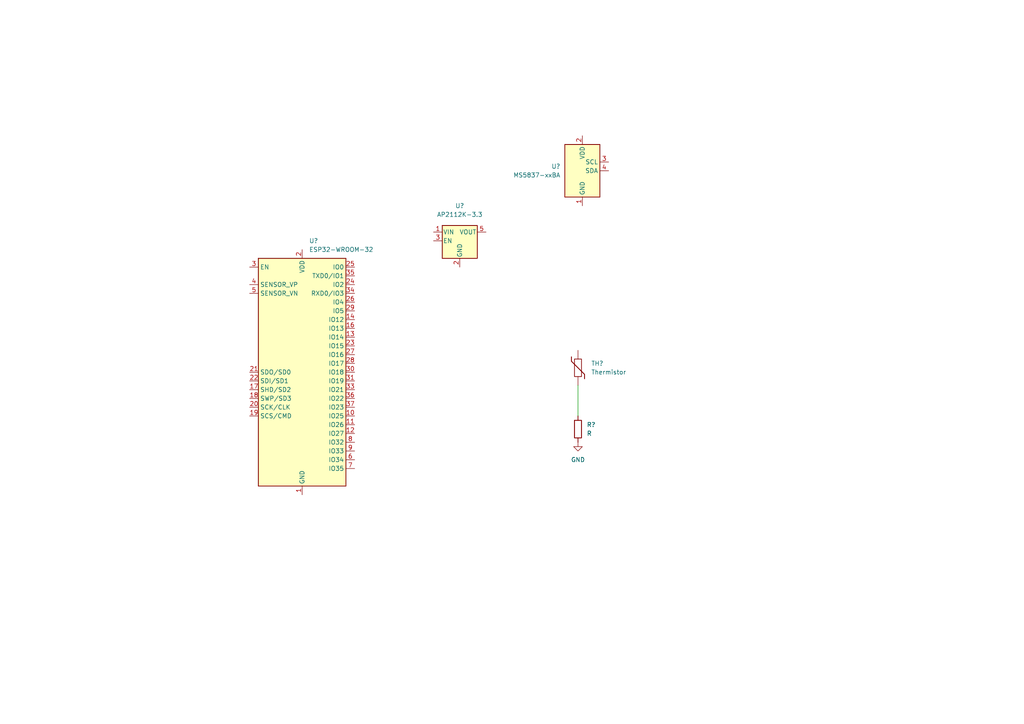
<source format=kicad_sch>
(kicad_sch (version 20211123) (generator eeschema)
  (paper "A4")
  (lib_symbols
    (symbol "Device:R" (pin_numbers hide) (pin_names (offset 0))
      (property "Reference" "R" (at 2.032 0 90))
      (property "Value" "R" (at 0 0 90))
      (symbol "R_0_1"
        (rectangle (start -1.016 -2.54) (end 1.016 2.54) (stroke (width 0.254)))
      )
      (symbol "R_1_1"
        (pin passive line (at 0 3.81 270) (length 1.27) (name "~") (number "1"))
        (pin passive line (at 0 -3.81 90) (length 1.27) (name "~") (number "2"))
      )
    )
    (symbol "Device:Thermistor" (pin_numbers hide) (pin_names (offset 0))
      (property "Reference" "TH" (at 2.54 1.27 90))
      (property "Value" "Thermistor" (at -2.54 0 90))
      (symbol "Thermistor_0_1"
        (rectangle (start -1.016 2.54) (end 1.016 -2.54) (stroke (width 0.2032)))
        (polyline (pts (xy -1.905 3.175) (xy -1.905 1.905) (xy 1.905 -1.905) (xy 1.905 -3.175) (xy 1.905 -3.175)) (stroke (width 0.254)))
      )
      (symbol "Thermistor_1_1"
        (pin passive line (at 0 5.08 270) (length 2.54) (name "~") (number "1"))
        (pin passive line (at 0 -5.08 90) (length 2.54) (name "~") (number "2"))
      )
    )
    (symbol "RF_Module:ESP32-WROOM-32"
      (property "Reference" "U" (at -12.7 34.29 0))
      (property "Value" "ESP32-WROOM-32" (at 1.27 34.29 0))
      (symbol "ESP32-WROOM-32_0_1"
        (rectangle (start -12.7 33.02) (end 12.7 -33.02) (stroke (width 0.254)) (fill (type background)))
      )
      (symbol "ESP32-WROOM-32_1_1"
        (pin power_in line (at 0 -35.56 90) (length 2.54) (name "GND") (number "1"))
        (pin bidirectional line (at 15.24 -12.7 180) (length 2.54) (name "IO25") (number "10"))
        (pin bidirectional line (at 15.24 -15.24 180) (length 2.54) (name "IO26") (number "11"))
        (pin bidirectional line (at 15.24 -17.78 180) (length 2.54) (name "IO27") (number "12"))
        (pin bidirectional line (at 15.24 10.16 180) (length 2.54) (name "IO14") (number "13"))
        (pin bidirectional line (at 15.24 15.24 180) (length 2.54) (name "IO12") (number "14"))
        (pin passive line (at 0 -35.56 90) (length 2.54) hide (name "GND") (number "15"))
        (pin bidirectional line (at 15.24 12.7 180) (length 2.54) (name "IO13") (number "16"))
        (pin bidirectional line (at -15.24 -5.08 0) (length 2.54) (name "SHD/SD2") (number "17"))
        (pin bidirectional line (at -15.24 -7.62 0) (length 2.54) (name "SWP/SD3") (number "18"))
        (pin bidirectional line (at -15.24 -12.7 0) (length 2.54) (name "SCS/CMD") (number "19"))
        (pin power_in line (at 0 35.56 270) (length 2.54) (name "VDD") (number "2"))
        (pin bidirectional line (at -15.24 -10.16 0) (length 2.54) (name "SCK/CLK") (number "20"))
        (pin bidirectional line (at -15.24 0 0) (length 2.54) (name "SDO/SD0") (number "21"))
        (pin bidirectional line (at -15.24 -2.54 0) (length 2.54) (name "SDI/SD1") (number "22"))
        (pin bidirectional line (at 15.24 7.62 180) (length 2.54) (name "IO15") (number "23"))
        (pin bidirectional line (at 15.24 25.4 180) (length 2.54) (name "IO2") (number "24"))
        (pin bidirectional line (at 15.24 30.48 180) (length 2.54) (name "IO0") (number "25"))
        (pin bidirectional line (at 15.24 20.32 180) (length 2.54) (name "IO4") (number "26"))
        (pin bidirectional line (at 15.24 5.08 180) (length 2.54) (name "IO16") (number "27"))
        (pin bidirectional line (at 15.24 2.54 180) (length 2.54) (name "IO17") (number "28"))
        (pin bidirectional line (at 15.24 17.78 180) (length 2.54) (name "IO5") (number "29"))
        (pin input line (at -15.24 30.48 0) (length 2.54) (name "EN") (number "3"))
        (pin bidirectional line (at 15.24 0 180) (length 2.54) (name "IO18") (number "30"))
        (pin bidirectional line (at 15.24 -2.54 180) (length 2.54) (name "IO19") (number "31"))
        (pin no_connect line (at -12.7 -27.94 0) (length 2.54) hide (name "NC") (number "32"))
        (pin bidirectional line (at 15.24 -5.08 180) (length 2.54) (name "IO21") (number "33"))
        (pin bidirectional line (at 15.24 22.86 180) (length 2.54) (name "RXD0/IO3") (number "34"))
        (pin bidirectional line (at 15.24 27.94 180) (length 2.54) (name "TXD0/IO1") (number "35"))
        (pin bidirectional line (at 15.24 -7.62 180) (length 2.54) (name "IO22") (number "36"))
        (pin bidirectional line (at 15.24 -10.16 180) (length 2.54) (name "IO23") (number "37"))
        (pin passive line (at 0 -35.56 90) (length 2.54) hide (name "GND") (number "38"))
        (pin passive line (at 0 -35.56 90) (length 2.54) hide (name "GND") (number "39"))
        (pin input line (at -15.24 25.4 0) (length 2.54) (name "SENSOR_VP") (number "4"))
        (pin input line (at -15.24 22.86 0) (length 2.54) (name "SENSOR_VN") (number "5"))
        (pin input line (at 15.24 -25.4 180) (length 2.54) (name "IO34") (number "6"))
        (pin input line (at 15.24 -27.94 180) (length 2.54) (name "IO35") (number "7"))
        (pin bidirectional line (at 15.24 -20.32 180) (length 2.54) (name "IO32") (number "8"))
        (pin bidirectional line (at 15.24 -22.86 180) (length 2.54) (name "IO33") (number "9"))
      )
    )
    (symbol "Regulator_Linear:AP2112K-3.3" (pin_names (offset 0.254))
      (property "Reference" "U" (at -5.08 5.715 0))
      (property "Value" "AP2112K-3.3" (at 0 5.715 0))
      (symbol "AP2112K-3.3_0_1"
        (rectangle (start -5.08 4.445) (end 5.08 -5.08) (stroke (width 0.254)) (fill (type background)))
      )
      (symbol "AP2112K-3.3_1_1"
        (pin power_in line (at -7.62 2.54 0) (length 2.54) (name "VIN") (number "1"))
        (pin power_in line (at 0 -7.62 90) (length 2.54) (name "GND") (number "2"))
        (pin input line (at -7.62 0 0) (length 2.54) (name "EN") (number "3"))
        (pin no_connect line (at 5.08 0 180) (length 2.54) hide (name "NC") (number "4"))
        (pin power_out line (at 7.62 2.54 180) (length 2.54) (name "VOUT") (number "5"))
      )
    )
    (symbol "Sensor_Pressure:MS5837-xxBA"
      (property "Reference" "U" (at 1.27 11.43 0))
      (property "Value" "MS5837-xxBA" (at 1.27 8.89 0))
      (symbol "MS5837-xxBA_0_1"
        (rectangle (start -5.08 7.62) (end 5.08 -7.62) (stroke (width 0.254)) (fill (type background)))
      )
      (symbol "MS5837-xxBA_1_1"
        (pin power_in line (at 0 -10.16 90) (length 2.54) (name "GND") (number "1"))
        (pin power_in line (at 0 10.16 270) (length 2.54) (name "VDD") (number "2"))
        (pin passive line (at 7.62 2.54 180) (length 2.54) (name "SCL") (number "3"))
        (pin bidirectional line (at 7.62 0 180) (length 2.54) (name "SDA") (number "4"))
      )
    )
    (symbol "power:GND" (power) (pin_names (offset 0))
      (property "Value" "GND" (at 0 -3.81 0))
      (symbol "GND_0_1"
        (polyline (pts (xy 0 0) (xy 0 -1.27) (xy 1.27 -1.27) (xy 0 -2.54) (xy -1.27 -1.27) (xy 0 -1.27)))
      )
      (symbol "GND_1_1"
        (pin power_in line (at 0 0 270) (length 0) hide (name "GND") (number "1"))
      )
    )
  )
  (wire (pts (xy 167.64 111.76) (xy 167.64 120.65)))
  (symbol (lib_id "RF_Module:ESP32-WROOM-32") (at 87.63 107.95 0) (unit 1)
    (property "Reference" "U?" (at 89.6494 69.85 0) (effects (justify left)))
    (property "Value" "ESP32-WROOM-32" (at 89.6494 72.39 0) (effects (justify left)))
    (property "Footprint" "RF_Module:ESP32-WROOM-32" (effects hide))
    (property "Datasheet" "https://www.espressif.com/sites/default/files/documentation/esp32-wroom-32_datasheet_en.pdf" (effects hide))
  )
  (symbol (lib_id "power:GND") (at 167.64 128.27 0) (unit 1)
    (property "Reference" "#PWR?" (effects hide))
    (property "Value" "GND" (at 167.64 133.35 0))
  )
  (symbol (lib_id "Device:Thermistor") (at 167.64 106.68 0) (unit 1)
    (property "Reference" "TH?" (at 171.45 105.4099 0) (effects (justify left)))
    (property "Value" "Thermistor" (at 171.45 107.9499 0) (effects (justify left)))
  )
  (symbol (lib_id "Sensor_Pressure:MS5837-xxBA") (at 168.91 49.53 0) (unit 1)
    (property "Reference" "U?" (at 162.56 48.2599 0) (effects (justify right)))
    (property "Value" "MS5837-xxBA" (at 162.56 50.7999 0) (effects (justify right)))
    (property "Footprint" "Sensor_Pressure:TE_MS5837-xxBA" (effects hide))
    (property "Datasheet" "https://www.te.com/commerce/DocumentDelivery/DDEController?Action=showdoc&DocId=Data+Sheet%7FMS5837-30BA%7FB1%7Fpdf%7FEnglish%7FENG_DS_MS5837-30BA_B1.pdf%7FCAT-BLPS0017" (effects hide))
  )
  (symbol (lib_id "Regulator_Linear:AP2112K-3.3") (at 133.35 69.85 0) (unit 1)
    (property "Reference" "U?" (at 133.35 59.69 0))
    (property "Value" "AP2112K-3.3" (at 133.35 62.23 0))
    (property "Footprint" "Package_TO_SOT_SMD:SOT-23-5" (effects hide))
    (property "Datasheet" "https://www.diodes.com/assets/Datasheets/AP2112.pdf" (effects hide))
  )
  (symbol (lib_id "Device:R") (at 167.64 124.46 0) (unit 1)
    (property "Reference" "R?" (at 170.18 123.1899 0) (effects (justify left)))
    (property "Value" "R" (at 170.18 125.7299 0) (effects (justify left)))
  )
)
</source>
